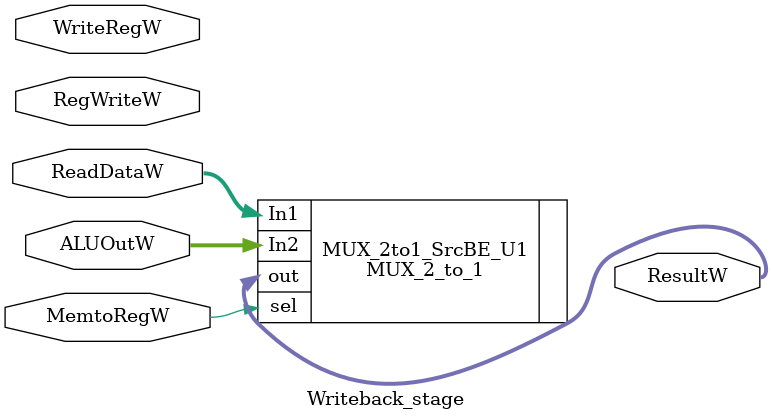
<source format=v>
module Writeback_stage #(
parameter   ReadDat_width = 32 ,
            ALUOut_width = 32 ,
            WriteReg_width = 5 ,
            Result_width = 32
) (
input wire                                          RegWriteW,
input wire                                          MemtoRegW,
input wire      [ALUOut_width-1:0]                  ALUOutW,
input wire      [ReadDat_width-1:0]                 ReadDataW,
input wire      [WriteReg_width-1:0]                WriteRegW,


output wire     [WriteReg_width-1:0]                WriteRegW,
output wire     [Result_width-1:0]                  ResultW,
input wire                                          RegWriteW
);

MUX_2_to_1 #(.WIDTH(Result_width)) MUX_2to1_SrcBE_U1
(
.In1(ReadDataW),
.In2(ALUOutW),
.sel(MemtoRegW),

.out(ResultW)
);

endmodule
</source>
